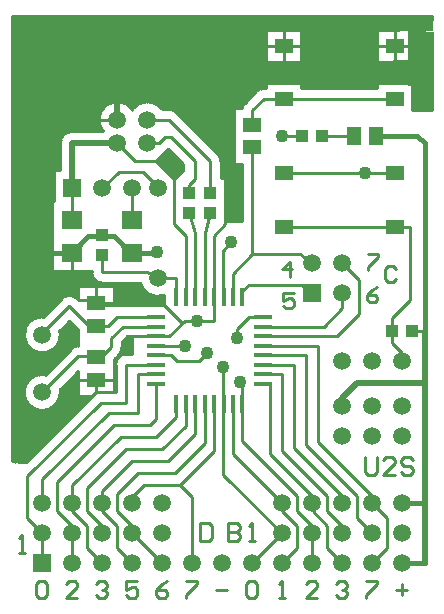
<source format=gtl>
%FSLAX24Y24*%
%MOIN*%
G70*
G01*
G75*
G04 Layer_Physical_Order=1*
%ADD10C,0.0110*%
%ADD11R,0.0512X0.0591*%
%ADD12R,0.0433X0.0394*%
%ADD13R,0.0591X0.0512*%
%ADD14R,0.0394X0.0433*%
%ADD15R,0.0709X0.0630*%
%ADD16R,0.0433X0.0394*%
%ADD17R,0.0177X0.0630*%
%ADD18R,0.0630X0.0177*%
%ADD19R,0.0630X0.0177*%
%ADD20R,0.0630X0.0512*%
%ADD21C,0.0100*%
%ADD22C,0.0250*%
%ADD23C,0.0214*%
%ADD24C,0.0150*%
%ADD25C,0.0200*%
%ADD26C,0.0157*%
%ADD27C,0.0197*%
%ADD28R,0.2600X0.3210*%
%ADD29R,0.1890X0.1800*%
%ADD30R,0.1950X0.0470*%
%ADD31R,0.0880X0.1810*%
%ADD32R,0.0820X0.0830*%
%ADD33R,0.0591X0.0591*%
%ADD34R,0.0591X0.0591*%
%ADD35C,0.0591*%
%ADD36C,0.0591*%
%ADD37C,0.0598*%
%ADD38C,0.1220*%
%ADD39C,0.0433*%
%ADD40C,0.0433*%
D10*
X38600Y30700D02*
G03*
X38593Y30791I-600J0D01*
G01*
X38091Y31293D02*
G03*
X38600Y30700I-91J-593D01*
G01*
X39200Y32255D02*
G03*
X38949Y32151I0J-355D01*
G01*
X39200Y32255D02*
G03*
X38949Y32151I0J-355D01*
G01*
X38600Y32621D02*
G03*
X38584Y32762I-600J0D01*
G01*
X38038Y33220D02*
G03*
X38600Y32621I-38J-599D01*
G01*
X39151Y33831D02*
G03*
X38649Y33831I-251J-251D01*
G01*
X39151D02*
G03*
X38649Y33831I-251J-251D01*
G01*
X39000Y39403D02*
G03*
X38597Y39000I0J-403D01*
G01*
X39000Y39403D02*
G03*
X38597Y39000I0J-403D01*
G01*
X39645Y34700D02*
G03*
X40000Y34345I355J0D01*
G01*
X39645Y34700D02*
G03*
X40000Y34345I355J0D01*
G01*
X41000Y40127D02*
G03*
X40033Y39403I-500J-339D01*
G01*
X37716Y40900D02*
G03*
X39545Y40854I914J-45D01*
G01*
G03*
X38100Y41601I-915J0D01*
G01*
X40551Y31949D02*
G03*
X40655Y32200I-251J251D01*
G01*
X40551Y31949D02*
G03*
X40655Y32200I-251J251D01*
G01*
X40800Y31980D02*
G03*
X40445Y31625I0J-355D01*
G01*
X40800Y31980D02*
G03*
X40445Y31625I0J-355D01*
G01*
X41989Y40142D02*
G03*
X41000Y40127I-489J-355D01*
G01*
X41270Y34345D02*
G03*
X42044Y33932I580J155D01*
G01*
X42464Y40038D02*
G03*
X42213Y40142I-251J-251D01*
G01*
X42464Y40038D02*
G03*
X42213Y40142I-251J-251D01*
G01*
X43955Y38400D02*
G03*
X43851Y38651I-355J0D01*
G01*
X43955Y38400D02*
G03*
X43851Y38651I-355J0D01*
G01*
X44285Y40854D02*
G03*
X44285Y40854I-915J0D01*
G01*
X44749Y40351D02*
G03*
X44655Y40185I251J-251D01*
G01*
X44749Y40351D02*
G03*
X44655Y40185I251J-251D01*
G01*
X45378Y40833D02*
G03*
X45127Y40729I0J-355D01*
G01*
X45378Y40833D02*
G03*
X45127Y40729I0J-355D01*
G01*
X43100Y39980D02*
X43678D01*
X43420Y36000D02*
X43600Y36665D01*
X42900D02*
X43100Y36000D01*
X39200Y33782D02*
X39692D01*
X39800Y33674D01*
X39663Y30565D02*
X39803Y30705D01*
X39800Y30708D02*
X39803Y30705D01*
X40445D01*
X39800Y30708D02*
Y31126D01*
X37000Y28400D02*
X37474Y28376D01*
X37000Y28400D02*
X37498D01*
X37000Y28500D02*
X37598D01*
X37000Y28600D02*
X37698D01*
X37000Y28700D02*
X37798D01*
X37000Y28800D02*
X37898D01*
X37000Y28900D02*
X37998D01*
X37000Y29000D02*
X38098D01*
X37000Y29100D02*
X38198D01*
X37000Y29200D02*
X38298D01*
X37000Y29300D02*
X38398D01*
X37000Y30400D02*
X37480D01*
X37000Y30500D02*
X37434D01*
X37000Y30600D02*
X37408D01*
X37000Y30700D02*
X37400D01*
X37000Y30800D02*
X37408D01*
X37000Y30900D02*
X37434D01*
X37000Y29400D02*
X38498D01*
X37000Y29500D02*
X38598D01*
X37000Y30100D02*
X37982D01*
X37000Y30200D02*
X37668D01*
X37000Y30300D02*
X37552D01*
X37000Y31000D02*
X37480D01*
X37700Y28602D02*
Y30180D01*
X37800Y28702D02*
Y30134D01*
X37400Y28380D02*
Y30682D01*
X37500Y28402D02*
Y30368D01*
X37600Y28502D02*
Y30252D01*
X37900Y28802D02*
Y30108D01*
X38000Y28902D02*
Y30100D01*
X38100Y29002D02*
Y30108D01*
X38200Y29102D02*
Y30134D01*
X38300Y29202D02*
Y30180D01*
X38400Y29302D02*
Y30252D01*
X37000Y31100D02*
X37552D01*
X37000Y31200D02*
X37668D01*
X37000Y31300D02*
X37982D01*
X37000Y31400D02*
X38198D01*
X38018Y31300D02*
X38098D01*
X37000Y31500D02*
X38298D01*
X38500Y29402D02*
Y30368D01*
X38600Y29502D02*
Y30682D01*
X37000Y31600D02*
X38398D01*
X37000Y31700D02*
X38498D01*
X37000Y28400D02*
Y40900D01*
Y28400D02*
Y40900D01*
X37100Y28395D02*
Y40900D01*
X37200Y28390D02*
Y40900D01*
X37300Y28385D02*
Y40900D01*
X37000Y32100D02*
X37702D01*
X37000Y32200D02*
X37572D01*
X37000Y32300D02*
X37493D01*
X37000Y32400D02*
X37442D01*
X37400Y30718D02*
Y32603D01*
X37000Y32500D02*
X37412D01*
X37000Y32600D02*
X37400D01*
X37000Y32700D02*
X37405D01*
X37000Y32800D02*
X37427D01*
X37000Y32900D02*
X37468D01*
X37000Y33000D02*
X37534D01*
X37000Y33100D02*
X37638D01*
X37000Y33200D02*
X37841D01*
X37000Y33300D02*
X38118D01*
X37000Y33400D02*
X38218D01*
X37000Y33500D02*
X38318D01*
X37000Y33600D02*
X38418D01*
X37000Y33700D02*
X38518D01*
X37800Y31266D02*
Y32055D01*
X37900Y31292D02*
Y32029D01*
X37500Y31032D02*
Y32289D01*
X37600Y31148D02*
Y32174D01*
X37700Y31220D02*
Y32101D01*
X38000Y31300D02*
Y32021D01*
X38100Y31302D02*
Y32029D01*
X38200Y31402D02*
Y32055D01*
X38300Y31502D02*
Y32101D01*
X38400Y31602D02*
Y32174D01*
X38500Y31702D02*
Y32289D01*
X37400Y32639D02*
Y40900D01*
X37800Y33187D02*
Y40468D01*
X37900Y33213D02*
Y40302D01*
X37500Y32953D02*
Y40900D01*
X37600Y33069D02*
Y40900D01*
X37700Y33141D02*
Y40900D01*
X38300Y33482D02*
Y40001D01*
X38400Y33582D02*
Y34729D01*
X38500Y33682D02*
Y34729D01*
X38000Y33222D02*
Y40190D01*
X38100Y33282D02*
Y40108D01*
X38200Y33382D02*
Y40046D01*
X37000Y29600D02*
X38698D01*
X37000Y29700D02*
X38798D01*
X37000Y29800D02*
X38898D01*
X37000Y29900D02*
X38998D01*
X37000Y30000D02*
X39098D01*
X38018Y30100D02*
X39198D01*
X38332Y30200D02*
X39298D01*
X38448Y30300D02*
X39398D01*
X37474Y28376D02*
X39663Y30565D01*
X38520Y30400D02*
X39498D01*
X38566Y30500D02*
X39598D01*
X37000Y31800D02*
X38598D01*
X38600Y30718D02*
Y30798D01*
X37000Y31900D02*
X38698D01*
X37000Y32000D02*
X38798D01*
X38091Y31293D02*
X38949Y32151D01*
X38298Y32100D02*
X38898D01*
X38592Y30600D02*
X39200D01*
X38600Y30700D02*
X39200D01*
X38602Y30800D02*
X39200D01*
X38428Y32200D02*
X39010D01*
X38593Y30791D02*
X39200Y31398D01*
X38507Y32300D02*
X39200D01*
X38700Y29602D02*
Y30898D01*
X38800Y29702D02*
Y30998D01*
X38900Y29802D02*
Y31098D01*
X39000Y29902D02*
Y31198D01*
X39100Y30002D02*
Y31298D01*
X39200Y30102D02*
Y30565D01*
X39300Y30202D02*
Y30565D01*
X39400Y30302D02*
Y30565D01*
X39200D02*
X39663D01*
X39500Y30402D02*
Y30565D01*
X39600Y30502D02*
Y30565D01*
X38702Y30900D02*
X39200D01*
X38802Y31000D02*
X39200D01*
X38902Y31100D02*
X39200D01*
X39002Y31200D02*
X39200D01*
Y30565D02*
Y31313D01*
X39102Y31300D02*
X39200D01*
Y31313D02*
Y31398D01*
Y31313D02*
Y31398D01*
X38600Y31802D02*
Y32603D01*
X38700Y31902D02*
Y32878D01*
X38600Y32639D02*
Y32778D01*
X38558Y32400D02*
X39200D01*
X38588Y32500D02*
X39200D01*
X38600Y32600D02*
X39200D01*
X38584Y32762D02*
X38900Y33078D01*
X38800Y32002D02*
Y32978D01*
X38595Y32700D02*
X39200D01*
X37000Y33800D02*
X38618D01*
X38722Y32900D02*
X39078D01*
X38038Y33220D02*
X38649Y33831D01*
X37000Y33900D02*
X38746D01*
X38600Y33782D02*
Y34729D01*
X38700Y33873D02*
Y34729D01*
X38622Y32800D02*
X39178D01*
X37000Y34000D02*
X39200D01*
X37000Y34100D02*
X39200D01*
X37000Y34200D02*
X39200D01*
X39100Y32241D02*
Y32878D01*
X39200Y32255D02*
Y32365D01*
X38822Y33000D02*
X38978D01*
X38900Y32102D02*
Y33078D01*
X39000Y32193D02*
Y32978D01*
X39200Y32365D02*
Y32435D01*
Y32365D02*
Y32435D01*
Y32772D01*
X38900Y33078D02*
X39184Y32794D01*
X38800Y33921D02*
Y34729D01*
X39151Y33831D02*
X39200Y33782D01*
Y34235D01*
X38900Y33935D02*
Y34729D01*
X39100Y33873D02*
Y34729D01*
X39000Y33921D02*
Y34729D01*
X39054Y33900D02*
X39200D01*
Y34235D02*
X40400D01*
X39200D02*
Y34729D01*
X39300Y34235D02*
Y34729D01*
X39400Y34235D02*
Y34729D01*
X39500Y34235D02*
Y34729D01*
X37000Y34800D02*
X38341D01*
X37000Y34900D02*
X38341D01*
X37000Y35000D02*
X38341D01*
X37000Y35100D02*
X38341D01*
X37000Y35200D02*
X38341D01*
X37000Y35300D02*
X38341D01*
X37000Y35400D02*
X38341D01*
X37000Y35500D02*
X38341D01*
X37000Y35600D02*
X38341D01*
X37000Y35700D02*
X38341D01*
X37000Y35800D02*
X38341D01*
X37000Y35900D02*
X38341D01*
X37000Y36000D02*
X38341D01*
X37000Y36100D02*
X38341D01*
X37000Y36200D02*
X38341D01*
X37000Y36300D02*
X38341D01*
X37000Y36400D02*
X38341D01*
X37000Y36500D02*
X38341D01*
X37000Y36600D02*
X38341D01*
X37000Y36700D02*
X38341D01*
X37000Y36800D02*
X38341D01*
X37000Y36900D02*
X38341D01*
X37000Y37000D02*
X38341D01*
Y34729D02*
Y35831D01*
Y35969D01*
Y35831D02*
Y35969D01*
Y37071D01*
X38400D01*
X37000Y37100D02*
X38400D01*
X37000Y37200D02*
X38400D01*
X37000Y37300D02*
X38400D01*
X37000Y37400D02*
X38400D01*
Y37071D02*
Y38100D01*
X37000Y37500D02*
X38400D01*
X37000Y37600D02*
X38400D01*
X37000Y37700D02*
X38400D01*
X37000Y37800D02*
X38400D01*
X37000Y37900D02*
X38400D01*
X37000Y38000D02*
X38400D01*
X37000Y38100D02*
X38400D01*
X37000Y38200D02*
X38597D01*
X38400Y38100D02*
X38597D01*
X37000Y38300D02*
X38597D01*
X37000Y38400D02*
X38597D01*
X37000Y38500D02*
X38597D01*
X37000Y38600D02*
X38597D01*
X37000Y40100D02*
X38112D01*
X37000Y40200D02*
X37990D01*
X37000Y40300D02*
X37902D01*
X37000Y40400D02*
X37835D01*
X37000Y40500D02*
X37786D01*
X37000Y38700D02*
X38597D01*
X37000Y38800D02*
X38597D01*
X37000Y38900D02*
X38597D01*
X37000Y39000D02*
X38597D01*
X37000Y39100D02*
X38609D01*
X37000Y40000D02*
X38302D01*
X37000Y43100D02*
Y43250D01*
Y43100D02*
Y43250D01*
X37100Y43100D02*
Y43250D01*
X37200Y43100D02*
Y43250D01*
X37300Y43100D02*
Y43250D01*
X37400Y43100D02*
Y43250D01*
X37000Y40600D02*
X37751D01*
X37000Y40700D02*
X37728D01*
X37000Y40800D02*
X37716D01*
X37000Y40900D02*
X37716D01*
X37000Y43100D02*
X38100D01*
X38100Y41700D02*
X38280D01*
X38400Y38100D02*
Y39968D01*
X38100Y41601D02*
Y41900D01*
X38200Y41662D02*
Y43250D01*
X38300Y41708D02*
Y43250D01*
X38500Y38100D02*
Y39948D01*
X38597Y38100D02*
Y39000D01*
X38600Y39052D02*
Y39940D01*
X38400Y41740D02*
Y43250D01*
X38500Y41760D02*
Y43250D01*
X37500Y43100D02*
Y43250D01*
X37600Y43100D02*
Y43250D01*
X37700Y43100D02*
Y43250D01*
X37800Y43100D02*
Y43250D01*
X37900Y43100D02*
Y43250D01*
X38100Y41900D02*
Y42100D01*
X38100Y41900D02*
Y43100D01*
X38000D02*
Y43250D01*
X38600Y41769D02*
Y43250D01*
X38100Y43100D02*
Y43250D01*
X37000Y39200D02*
X38650D01*
X37000Y34300D02*
X41284D01*
X37000Y34400D02*
X39810D01*
X37000Y34500D02*
X39707D01*
X37000Y34600D02*
X39659D01*
X37000Y34700D02*
X39645D01*
X38341Y34729D02*
X39645D01*
X37000Y39300D02*
X38730D01*
X37000Y39400D02*
X38948D01*
X37000Y39700D02*
X39902D01*
X38700Y39270D02*
Y39942D01*
X38800Y39350D02*
Y39955D01*
X38900Y39391D02*
Y39980D01*
X37000Y39500D02*
X39969D01*
X39000Y39403D02*
X40033D01*
X37000Y39600D02*
X39926D01*
X37000Y39800D02*
X39896D01*
X37000Y39900D02*
X39906D01*
X38958Y40000D02*
X39934D01*
X39000Y39403D02*
Y40017D01*
X39600Y34235D02*
Y34729D01*
X39100Y39403D02*
Y40069D01*
X39200Y39403D02*
Y40138D01*
X39300Y39403D02*
Y40231D01*
X39700Y34235D02*
Y34510D01*
X39800Y34235D02*
Y34407D01*
X39900Y34235D02*
Y34359D01*
X39498Y34744D02*
X39645D01*
X39148Y40100D02*
X39983D01*
X39900Y39403D02*
Y39716D01*
X40000Y39403D02*
Y39448D01*
X39270Y40200D02*
X40059D01*
X39400Y39403D02*
Y40360D01*
X39500Y39403D02*
Y40570D01*
X39358Y40300D02*
X40180D01*
X39424Y40400D02*
X42576D01*
X39474Y40500D02*
X42526D01*
X39509Y40600D02*
X42491D01*
X38700Y41767D02*
Y43250D01*
X38800Y41754D02*
Y43250D01*
X38100Y41800D02*
X45469D01*
X38100Y41900D02*
X45469D01*
X38100Y42000D02*
X45469D01*
X38100Y42100D02*
X45469D01*
X38100Y42200D02*
X45469D01*
X38100Y42300D02*
X45469D01*
X38100Y42400D02*
X45469D01*
X38100Y42500D02*
X45469D01*
X38100Y42600D02*
X45469D01*
X38100Y42700D02*
X45469D01*
X38100Y42800D02*
X49900D01*
X38100Y42900D02*
X49900D01*
X38100Y43000D02*
X49900D01*
X37000Y43200D02*
X51000D01*
X38100Y43100D02*
X49900D01*
X37000Y43250D02*
X51000D01*
X39500Y41138D02*
Y43250D01*
X39600Y39403D02*
Y43250D01*
X39700Y39403D02*
Y43250D01*
X39800Y39403D02*
Y43250D01*
X39900Y39859D02*
Y43250D01*
X39532Y40700D02*
X42468D01*
X39544Y40800D02*
X42456D01*
X39544Y40900D02*
X42456D01*
X39533Y41000D02*
X42467D01*
X40000Y40127D02*
Y43250D01*
X39512Y41100D02*
X42488D01*
X38900Y41729D02*
Y43250D01*
X39100Y41640D02*
Y43250D01*
X39000Y41691D02*
Y43250D01*
X39200Y41570D02*
Y43250D01*
X39400Y41349D02*
Y43250D01*
X39300Y41478D02*
Y43250D01*
X39365Y41400D02*
X42635D01*
X39477Y41200D02*
X42523D01*
X39429Y41300D02*
X42571D01*
X38980Y41700D02*
X43020D01*
X39279Y41500D02*
X42721D01*
X39161Y41600D02*
X42839D01*
X40400Y30705D02*
X40445D01*
X40400D02*
Y31313D01*
Y31687D01*
X40445Y30705D02*
Y31625D01*
X40400Y31313D02*
Y31687D01*
Y30800D02*
X40445D01*
X40400Y30900D02*
X40445D01*
X40400Y31000D02*
X40445D01*
X40400Y31100D02*
X40445D01*
X40400Y31200D02*
X40445D01*
X40400Y31300D02*
X40445D01*
X40400Y31400D02*
X40445D01*
X40400Y31500D02*
X40445D01*
X40400Y31600D02*
X40445D01*
X40400Y31700D02*
X40453D01*
X40400Y31687D02*
Y31798D01*
X40402Y31800D02*
X40491D01*
X40400Y31798D02*
X40551Y31949D01*
X40400Y33600D02*
X42070D01*
X40400D02*
X42070D01*
X40400Y33700D02*
X42062D01*
X40400Y33800D02*
X42054D01*
X40400Y33900D02*
X41832D01*
X40500Y31815D02*
Y31898D01*
X40502Y31900D02*
X40575D01*
X40600Y31918D02*
Y32010D01*
X40800Y31980D02*
X41000D01*
X40593Y32000D02*
X41000D01*
X40700Y31966D02*
Y32398D01*
X40800Y31980D02*
Y32498D01*
X40641Y32100D02*
X41000D01*
X40655Y32200D02*
X41000D01*
X40655D02*
Y32353D01*
X40837Y32535D01*
X40900Y31980D02*
Y32535D01*
X41000Y31980D02*
Y32535D01*
X40655Y32300D02*
X41000D01*
X40702Y32400D02*
X41000D01*
X40802Y32500D02*
X41000D01*
X40837Y32535D02*
X41000D01*
X41700Y33600D02*
Y33919D01*
X41800Y33600D02*
Y33902D01*
X40400Y33600D02*
Y34235D01*
X40500Y33600D02*
Y34345D01*
X40600Y33600D02*
Y34345D01*
X40700Y33600D02*
Y34345D01*
X40800Y33600D02*
Y34345D01*
X40400Y34000D02*
X41518D01*
X40400Y34100D02*
X41402D01*
X40400Y34200D02*
X41330D01*
X40900Y33600D02*
Y34345D01*
X41000Y33600D02*
Y34345D01*
X41100Y33600D02*
Y34345D01*
X40000Y34235D02*
Y34345D01*
X40100Y34235D02*
Y34345D01*
X40200Y34235D02*
Y34345D01*
X40100Y40240D02*
Y43250D01*
X40300Y34235D02*
Y34345D01*
X40400Y34235D02*
Y34345D01*
X40000D02*
X41270D01*
X40941Y40200D02*
X41059D01*
X40900Y40240D02*
Y43250D01*
X41000Y40127D02*
Y43250D01*
X41500Y33600D02*
Y34012D01*
X41600Y33600D02*
Y33954D01*
X41200Y33600D02*
Y34345D01*
X41300Y33600D02*
Y34260D01*
X41400Y33600D02*
Y34103D01*
X41868Y33900D02*
X42047D01*
X41900Y33600D02*
Y33902D01*
X42000Y33600D02*
Y33919D01*
X42044Y33932D02*
X42070Y33600D01*
X42800Y39702D02*
Y40138D01*
X41989Y40142D02*
X42213D01*
X42000D02*
Y43250D01*
X42100Y40142D02*
Y43250D01*
X42200Y40142D02*
Y43250D01*
X42400Y40089D02*
Y43250D01*
X42300Y40131D02*
Y43250D01*
X41941Y40200D02*
X42730D01*
X42500Y40002D02*
Y40570D01*
X42700Y39802D02*
Y40231D01*
X42600Y39902D02*
Y40360D01*
X44102Y36400D02*
X44645D01*
X44102Y36500D02*
X44645D01*
X43955Y37856D02*
X44102D01*
X43955D02*
Y38400D01*
Y37900D02*
X44645D01*
X44102Y36600D02*
X44645D01*
X43955Y38000D02*
X44645D01*
X43955Y38100D02*
X44645D01*
X43955Y38200D02*
X44645D01*
X43955Y38300D02*
X44645D01*
X43893Y38600D02*
X44400D01*
X43955Y38400D02*
X44400D01*
X43941Y38500D02*
X44400D01*
X43702Y38800D02*
X44400D01*
X43802Y38700D02*
X44400D01*
X43402Y39100D02*
X44400D01*
X43602Y38900D02*
X44400D01*
X43502Y39000D02*
X44400D01*
X43102Y39400D02*
X44400D01*
X43302Y39200D02*
X44400D01*
X43202Y39300D02*
X44400D01*
X44102Y36400D02*
Y36813D01*
Y37187D01*
Y36813D02*
Y37187D01*
X44400Y36400D02*
Y38315D01*
X44500Y36400D02*
Y38315D01*
X44102Y36700D02*
X44645D01*
X44102Y36800D02*
X44645D01*
X44102Y36900D02*
X44645D01*
X44102Y37000D02*
X44645D01*
X44600Y36400D02*
Y38315D01*
X44645Y36400D02*
Y38315D01*
X44102Y37100D02*
X44645D01*
X44102Y37200D02*
X44645D01*
X44102Y37300D02*
X44645D01*
X44102Y37187D02*
Y37856D01*
X44400Y38315D02*
Y39063D01*
Y39437D01*
X44102Y37400D02*
X44645D01*
X44102Y37500D02*
X44645D01*
X44102Y37600D02*
X44645D01*
X44102Y37700D02*
X44645D01*
X44102Y37800D02*
X44645D01*
X44400Y38315D02*
X44645D01*
X43300Y39202D02*
Y39942D01*
X43400Y39102D02*
Y39940D01*
X43100Y39402D02*
Y39980D01*
X43500Y39002D02*
Y39948D01*
X43200Y39302D02*
Y39955D01*
X43002Y39500D02*
X44400D01*
X43700Y38802D02*
Y40001D01*
X43600Y38902D02*
Y39968D01*
X42464Y40038D02*
X43851Y38651D01*
X43900Y38590D02*
Y40108D01*
X43800Y38702D02*
Y40046D01*
X42502Y40000D02*
X43042D01*
X43000Y39502D02*
Y40017D01*
X42900Y39602D02*
Y40069D01*
X42381Y40100D02*
X42852D01*
X42702Y39800D02*
X44400D01*
X42902Y39600D02*
X44400D01*
X42802Y39700D02*
X44400D01*
X42602Y39900D02*
X44400D01*
X43698Y40000D02*
X44400D01*
X43888Y40100D02*
X44400D01*
X44000Y37856D02*
Y40190D01*
X44400Y39063D02*
Y39437D01*
X44100Y37856D02*
Y40302D01*
X44200Y36400D02*
Y40468D01*
X44300Y36400D02*
Y43250D01*
X44400Y39437D02*
Y40185D01*
X50331Y40100D02*
X51000D01*
X50331D02*
Y40900D01*
X50400Y40100D02*
Y40900D01*
X50500Y40100D02*
Y40900D01*
X50600Y40100D02*
Y40900D01*
X44010Y40200D02*
X44659D01*
X44400Y40185D02*
X44655D01*
X44400D02*
Y43250D01*
X44500Y40185D02*
Y43250D01*
X44600Y40185D02*
Y43250D01*
X50700Y40100D02*
Y40900D01*
X50331Y40200D02*
X51000D01*
X50800Y40100D02*
Y40900D01*
X50900Y40100D02*
Y40900D01*
X51000Y40100D02*
Y40900D01*
X40200Y40312D02*
Y43250D01*
X40300Y40358D02*
Y43250D01*
X40400Y40383D02*
Y43250D01*
X40700Y40358D02*
Y43250D01*
X40500Y40392D02*
Y43250D01*
X40820Y40300D02*
X41180D01*
X41820D02*
X42642D01*
X44098D02*
X44707D01*
X40800Y40312D02*
Y43250D01*
X41100Y40240D02*
Y43250D01*
X44749Y40351D02*
X45127Y40729D01*
X44165Y40400D02*
X44798D01*
X44214Y40500D02*
X44898D01*
X40600Y40383D02*
Y43250D01*
X44249Y40600D02*
X44998D01*
X44272Y40700D02*
X45098D01*
X44284Y40800D02*
X45228D01*
X44284Y40900D02*
X45469D01*
X45378Y40833D02*
X45469D01*
Y41000D01*
X45500D02*
Y41728D01*
X45600Y41000D02*
Y41728D01*
X45700Y41000D02*
Y41728D01*
X45469Y41000D02*
X46630D01*
Y40833D02*
Y41000D01*
X45800D02*
Y41728D01*
X45900Y41000D02*
Y41728D01*
X46000Y41000D02*
Y41728D01*
X46100Y41000D02*
Y41728D01*
X46200Y41000D02*
Y41728D01*
X46300Y41000D02*
Y41728D01*
X45469D02*
Y42772D01*
X46400Y41000D02*
Y41728D01*
X46500Y41000D02*
Y41728D01*
X46600Y41000D02*
Y41728D01*
X45469D02*
X46630D01*
Y42772D01*
X41200Y40312D02*
Y43250D01*
X41300Y40358D02*
Y43250D01*
X41400Y40383D02*
Y43250D01*
X41500Y40392D02*
Y43250D01*
X41600Y40383D02*
Y43250D01*
X41700Y40358D02*
Y43250D01*
X41900Y40240D02*
Y43250D01*
X41800Y40312D02*
Y43250D01*
X42500Y41138D02*
Y43250D01*
X42600Y41349D02*
Y43250D01*
X42700Y41478D02*
Y43250D01*
X42800Y41570D02*
Y43250D01*
X42900Y41640D02*
Y43250D01*
X43000Y41691D02*
Y43250D01*
X43100Y41729D02*
Y43250D01*
X43200Y41754D02*
Y43250D01*
X43300Y41767D02*
Y43250D01*
X43400Y41769D02*
Y43250D01*
X43500Y41760D02*
Y43250D01*
X43600Y41740D02*
Y43250D01*
X43700Y41708D02*
Y43250D01*
X43900Y41601D02*
Y43250D01*
X43800Y41662D02*
Y43250D01*
X44000Y41518D02*
Y43250D01*
X44100Y41406D02*
Y43250D01*
X44200Y41240D02*
Y43250D01*
X44700Y40290D02*
Y43250D01*
X44800Y40402D02*
Y43250D01*
X44900Y40502D02*
Y43250D01*
X45000Y40602D02*
Y43250D01*
X45100Y40702D02*
Y43250D01*
X45200Y40785D02*
Y43250D01*
X45300Y40825D02*
Y43250D01*
X45400Y40833D02*
Y43250D01*
X45500Y42772D02*
Y43250D01*
X45600Y42772D02*
Y43250D01*
X45700Y42772D02*
Y43250D01*
X45800Y42772D02*
Y43250D01*
X45900Y42772D02*
Y43250D01*
X46000Y42772D02*
Y43250D01*
X46100Y42772D02*
Y43250D01*
X46200Y42772D02*
Y43250D01*
X46300Y42772D02*
Y43250D01*
X46400Y42772D02*
Y43250D01*
X46500Y42772D02*
Y43250D01*
X46600Y42772D02*
Y43250D01*
X46630Y40833D02*
X49169D01*
X46630Y40900D02*
X49169D01*
X44274Y41000D02*
X49900D01*
X49169Y40833D02*
Y41000D01*
X49900D01*
X44169Y41300D02*
X49900D01*
X44252Y41100D02*
X49900D01*
X44218Y41200D02*
X49900D01*
X43901Y41600D02*
X49900D01*
X44105Y41400D02*
X49900D01*
X44019Y41500D02*
X49900D01*
X46630Y41800D02*
X49169D01*
X46630Y41900D02*
X49169D01*
X46630Y42000D02*
X49169D01*
X45469Y42772D02*
X46630D01*
Y42100D02*
X49169D01*
X46630Y42200D02*
X49169D01*
X43720Y41700D02*
X49900D01*
X46630Y42300D02*
X49169D01*
X46630Y42400D02*
X49169D01*
X46630Y42500D02*
X49169D01*
X46630Y42600D02*
X49169D01*
X46630Y42700D02*
X49169D01*
X50331Y40300D02*
X51000D01*
X49200Y41000D02*
Y41728D01*
X49300Y41000D02*
Y41728D01*
X49400Y41000D02*
Y41728D01*
X50331Y40400D02*
X51000D01*
X50331Y40500D02*
X51000D01*
X50331Y40600D02*
X51000D01*
X50331Y40700D02*
X51000D01*
X50331Y40800D02*
X51000D01*
X50331Y40900D02*
X51000D01*
X49500Y41000D02*
Y41728D01*
X49600Y41000D02*
Y41728D01*
X49700Y41000D02*
Y41728D01*
X49169D02*
Y42772D01*
X49800Y41000D02*
Y41728D01*
X49900Y41000D02*
Y41728D01*
X49169D02*
X49900D01*
X49169Y42772D02*
X49900D01*
X46700Y40833D02*
Y43250D01*
X46800Y40833D02*
Y43250D01*
X46900Y40833D02*
Y43250D01*
X47000Y40833D02*
Y43250D01*
X47100Y40833D02*
Y43250D01*
X47200Y40833D02*
Y43250D01*
X47300Y40833D02*
Y43250D01*
X47400Y40833D02*
Y43250D01*
X47500Y40833D02*
Y43250D01*
X47600Y40833D02*
Y43250D01*
X47700Y40833D02*
Y43250D01*
X47800Y40833D02*
Y43250D01*
X47900Y40833D02*
Y43250D01*
X48000Y40833D02*
Y43250D01*
X48100Y40833D02*
Y43250D01*
X48200Y40833D02*
Y43250D01*
X48300Y40833D02*
Y43250D01*
X48400Y40833D02*
Y43250D01*
X48500Y40833D02*
Y43250D01*
X48600Y40833D02*
Y43250D01*
X48700Y40833D02*
Y43250D01*
X48800Y40833D02*
Y43250D01*
X48900Y40833D02*
Y43250D01*
X49000Y40833D02*
Y43250D01*
X49100Y40833D02*
Y43250D01*
X49200Y42772D02*
Y43250D01*
X49300Y42772D02*
Y43250D01*
X49400Y42772D02*
Y43250D01*
X49500Y42772D02*
Y43250D01*
X49900Y42772D02*
Y43100D01*
X51000D01*
X49600Y42772D02*
Y43250D01*
X49700Y42772D02*
Y43250D01*
X49800Y42772D02*
Y43250D01*
X49900Y43100D02*
Y43250D01*
X50000Y43100D02*
Y43250D01*
X50100Y43100D02*
Y43250D01*
X50200Y43100D02*
Y43250D01*
X50300Y43100D02*
Y43250D01*
X50400Y43100D02*
Y43250D01*
X50500Y43100D02*
Y43250D01*
X50600Y43100D02*
Y43250D01*
X50700Y43100D02*
Y43250D01*
X50800Y43100D02*
Y43250D01*
X50900Y43100D02*
Y43250D01*
X51000Y43100D02*
Y43250D01*
D11*
X48376Y39250D02*
D03*
X49124D02*
D03*
D12*
X46665D02*
D03*
X47335D02*
D03*
X49665Y32750D02*
D03*
D13*
X39800Y33674D02*
D03*
Y32926D02*
D03*
X45000Y38876D02*
D03*
X39800Y31874D02*
D03*
Y31126D02*
D03*
X45000Y39624D02*
D03*
D14*
X42900Y36665D02*
D03*
Y37335D02*
D03*
X43600Y36665D02*
D03*
Y37335D02*
D03*
X40000Y35265D02*
D03*
Y35935D02*
D03*
D15*
X39000Y35349D02*
D03*
Y36451D02*
D03*
X41000Y35349D02*
D03*
Y36451D02*
D03*
D16*
X50335Y32750D02*
D03*
D17*
X42469Y33869D02*
D03*
X42784D02*
D03*
X43099D02*
D03*
X43414D02*
D03*
X43729D02*
D03*
X44044D02*
D03*
X44359D02*
D03*
X44674D02*
D03*
Y30326D02*
D03*
X44359D02*
D03*
X44044D02*
D03*
X43729D02*
D03*
X43414D02*
D03*
X43099D02*
D03*
X42784D02*
D03*
X42469D02*
D03*
D18*
X45343Y32885D02*
D03*
Y32570D02*
D03*
Y32255D02*
D03*
Y31940D02*
D03*
Y31625D02*
D03*
Y31310D02*
D03*
Y30995D02*
D03*
X41800D02*
D03*
Y31310D02*
D03*
Y31625D02*
D03*
Y31940D02*
D03*
Y32255D02*
D03*
Y32570D02*
D03*
Y32885D02*
D03*
X45343Y33200D02*
D03*
D19*
X41800D02*
D03*
D20*
X49750Y40478D02*
D03*
X46049Y42250D02*
D03*
Y40478D02*
D03*
X49750Y42250D02*
D03*
Y38000D02*
D03*
X46049Y36228D02*
D03*
Y38000D02*
D03*
X49750Y36228D02*
D03*
D21*
X44100Y36300D02*
Y40100D01*
X43720Y33869D02*
Y35920D01*
X42200Y38800D02*
X42700Y38300D01*
X42147Y38747D02*
X42700Y38193D01*
Y38100D02*
Y38300D01*
X42080Y38120D02*
X42480Y38520D01*
X42080Y38120D02*
X42480Y38520D01*
X42136Y38064D02*
X42536Y38464D01*
X42306Y37894D02*
X42700Y38288D01*
X42090Y38690D02*
X42690Y38090D01*
X42363Y37837D02*
X42700Y38175D01*
X42250Y37950D02*
X42650Y38350D01*
X42193Y38007D02*
X42593Y38407D01*
X42400Y37800D02*
X42700Y38100D01*
X42033Y38633D02*
X42633Y38033D01*
X41967Y38233D02*
X42367Y38633D01*
X42023Y38177D02*
X42423Y38577D01*
X41854Y38346D02*
X42254Y38746D01*
X41800Y38400D02*
X42200Y38800D01*
X41910Y38290D02*
X42310Y38690D01*
X41977Y38577D02*
X42577Y37977D01*
X41977Y38577D02*
X42577Y37977D01*
X41920Y38520D02*
X42520Y37920D01*
X41864Y38464D02*
X42464Y37864D01*
X41800Y38400D02*
X42400Y37800D01*
X41807Y38407D02*
X42407Y37807D01*
X40700Y32090D02*
X40823Y32235D01*
X40830Y32570D02*
X41290D01*
X40650Y32390D02*
X40830Y32570D01*
X40650Y32390D02*
X40655Y32353D01*
X39100Y31100D02*
X40400D01*
X40823Y32235D02*
X40830Y32570D01*
X40400Y31800D02*
X40700Y32090D01*
X45000Y35300D02*
X46600D01*
X43600Y37335D02*
Y38400D01*
X41500Y39787D02*
X42213D01*
X43600Y38400D01*
X43100Y37800D02*
Y38400D01*
X42900Y37600D02*
X43100Y37800D01*
X42900Y37335D02*
Y37600D01*
X42100Y39200D02*
X42300D01*
X41900Y39000D02*
X42100Y39200D01*
X42300D02*
X43100Y38400D01*
X41500Y39000D02*
X41900D01*
X49750Y36220D02*
X50250D01*
X49665Y32750D02*
Y33189D01*
X49650Y32350D02*
X49665Y32750D01*
X46049Y36228D02*
X49750Y36228D01*
X49665Y33189D02*
X50250Y33770D01*
Y36220D01*
X47335Y39250D02*
X48376D01*
X49650Y32350D02*
X50000Y32000D01*
Y31750D02*
Y32000D01*
X40800Y31625D02*
X41800D01*
X40800Y30350D02*
Y31625D01*
X38000Y25000D02*
Y26000D01*
X37500Y26500D02*
X38000Y26000D01*
X37500Y26500D02*
Y27900D01*
X39950Y30350D01*
X40800D01*
X39480Y32990D02*
X39650Y32900D01*
X39200Y31900D02*
X40000D01*
X41000Y36451D02*
Y37500D01*
X39000Y36451D02*
Y37500D01*
X40000Y34700D02*
X41500D01*
X40400Y31100D02*
Y31800D01*
X37250Y34000D02*
X37700D01*
X40000Y37500D02*
X40550Y38050D01*
X41350D01*
X41890Y37510D01*
X42760Y33090D02*
X43730D01*
X43729D02*
Y33869D01*
X41800Y32570D02*
X42240Y32570D01*
X38000Y31600D02*
X38800Y32400D01*
X41500Y34700D02*
X41900Y34500D01*
X42470D01*
X40000Y34700D02*
Y35265D01*
X42469Y33869D02*
X42470Y34500D01*
X43100Y33869D02*
Y36000D01*
X42784Y33869D02*
Y33869D01*
X42070Y33600D02*
X42660Y33010D01*
X42240Y32570D02*
X42760Y33090D01*
X39800Y33600D02*
X42070D01*
X40200Y32900D02*
X40500Y33200D01*
X40300Y32200D02*
Y32500D01*
X38900Y33580D02*
X39490Y32990D01*
X38000Y30700D02*
X39200Y31900D01*
X40300Y32500D02*
X40690Y32890D01*
X40000Y31900D02*
X40300Y32200D01*
X41000Y27200D02*
X41400Y27600D01*
X41000Y26000D02*
Y26250D01*
X40000Y26000D02*
Y26250D01*
Y26750D02*
X40500Y26250D01*
X39000Y26750D02*
X39500Y26250D01*
X40210Y30000D02*
X41200D01*
X42420Y28000D02*
X43415Y29000D01*
X41200Y28000D02*
X42400D01*
X45343Y31310D02*
X46000Y31310D01*
Y28750D02*
Y31310D01*
X46400Y28850D02*
Y31625D01*
X45343D02*
X46400D01*
X47200Y29050D02*
Y32250D01*
X45343D02*
X47200D01*
X46800Y28950D02*
Y31940D01*
X48500Y26500D02*
X49000Y26000D01*
X45343Y31940D02*
X46800D01*
X47200Y29050D02*
X49000Y27250D01*
X46800Y28950D02*
X48500Y27250D01*
X46400Y28850D02*
X48000Y27250D01*
X46000Y28750D02*
X47500Y27250D01*
X47000Y27000D02*
Y27250D01*
X45600Y28650D02*
X47000Y27250D01*
X47010Y26740D02*
X47500Y26250D01*
X41000Y27000D02*
Y27200D01*
X42400Y36300D02*
X42790Y35910D01*
X42480Y31750D02*
X43240D01*
X42280Y31950D02*
X42480Y31750D01*
X41803Y31950D02*
X42280D01*
X41290Y32570D02*
X41800Y32570D01*
X40500Y33200D02*
X41800D01*
X39650Y32900D02*
X40200D01*
X38000Y32680D02*
X38900Y33580D01*
X40690Y32890D02*
X41800D01*
X41200Y31310D02*
X41800Y31310D01*
Y29800D02*
Y30995D01*
X40400Y29600D02*
X41600D01*
X41800Y29200D02*
X42470Y29870D01*
X42469Y30326D02*
X42470Y29870D01*
X44670Y29090D02*
X44674Y30966D01*
X44580Y31060D02*
X44674Y30966D01*
X44040Y27960D02*
Y31550D01*
Y27960D02*
X46000Y26000D01*
X44700Y34100D02*
X44880Y34290D01*
X39000Y26750D02*
Y27000D01*
X40000Y26750D02*
Y27000D01*
X48500Y26500D02*
Y27250D01*
X48000Y27000D02*
Y27250D01*
X47500Y26750D02*
Y27250D01*
X38000Y27800D02*
X40210Y30000D01*
X38000Y27000D02*
Y27800D01*
X41200Y30000D02*
Y31310D01*
X38500Y26750D02*
Y27700D01*
X40400Y29600D01*
X38500Y26750D02*
X39000Y26250D01*
X41600Y29600D02*
X41800Y29800D01*
X42200Y28400D02*
X43100Y29310D01*
X40500Y26750D02*
Y27300D01*
Y26750D02*
X41000Y26250D01*
X40500Y27300D02*
X41200Y28000D01*
X43415Y29000D02*
Y30305D01*
X40000Y27000D02*
Y27400D01*
X41000Y28400D02*
X42200D01*
X40000Y27400D02*
X41000Y28400D01*
X43100Y29310D02*
Y30326D01*
X39500Y26750D02*
Y27500D01*
Y26750D02*
X40000Y26250D01*
X39500Y27500D02*
X40800Y28800D01*
X42000D01*
X42790Y29580D02*
Y30326D01*
X48000Y26000D02*
Y26250D01*
X47500Y26750D02*
X48000Y26250D01*
X46500Y26750D02*
Y27250D01*
X44670Y29090D02*
X46500Y27260D01*
Y26750D02*
X47000Y26250D01*
X44360Y28640D02*
Y30326D01*
Y28640D02*
X46000Y27000D01*
X39000Y25000D02*
Y26250D01*
X39500Y25500D02*
Y26250D01*
X45000Y25000D02*
X46000Y26000D01*
Y25000D02*
X46500Y25500D01*
X46000Y26750D02*
Y27000D01*
Y26750D02*
X46500Y26250D01*
X47500Y25500D02*
Y26250D01*
X47000Y27000D02*
X47010Y26740D01*
X45600Y28650D02*
Y31000D01*
X46500Y25500D02*
Y26250D01*
X39000Y27600D02*
X40610Y29200D01*
X41800D01*
X39000Y27000D02*
Y27600D01*
X42000Y28800D02*
X42790Y29580D01*
X47500Y25500D02*
X48000Y25000D01*
X39500Y25500D02*
X40000Y25000D01*
X47000D02*
Y26000D01*
X40500Y25500D02*
Y26250D01*
Y25500D02*
X41000Y25000D01*
Y26000D02*
X42000Y25000D01*
X49500Y25500D02*
Y26500D01*
X49000Y25000D02*
X49500Y25500D01*
X49000Y27000D02*
Y27250D01*
Y27000D02*
X49500Y26500D01*
X44900Y33200D02*
X45343D01*
X43420Y33869D02*
Y36000D01*
X41800Y32260D02*
X42750D01*
X44040Y33860D02*
Y35420D01*
X43720Y35920D02*
X44100Y36300D01*
X37700Y34000D02*
X39200D01*
X41400Y27600D02*
X42600D01*
X43730Y28730D01*
X43000Y25000D02*
Y27200D01*
X42600Y27600D02*
X43000Y27200D01*
X43730Y28730D02*
Y30326D01*
X44500Y32500D02*
Y32800D01*
X44900Y33200D01*
X47820Y32570D02*
X48550Y33300D01*
X45343Y32570D02*
X47820D01*
X48550Y33300D02*
Y34450D01*
X45343Y32885D02*
X47400D01*
Y32890D02*
X48000Y33500D01*
X50500Y42500D02*
X50540Y42250D01*
X46049D02*
X50540D01*
X46049Y38000D02*
X49750D01*
X50335Y32750D02*
X50750D01*
X43240Y31750D02*
X43500Y32000D01*
X46000Y39250D02*
X46665D01*
X44040Y35420D02*
X44300Y35700D01*
X40500Y39000D02*
X41100Y38400D01*
X41800D02*
X42400Y37800D01*
X41100Y38400D02*
X41800D01*
X42790Y33869D02*
Y35910D01*
X42400Y36300D02*
Y37800D01*
X44350Y33869D02*
Y34650D01*
X45000Y35300D02*
Y38876D01*
X44350Y34650D02*
X45000Y35300D01*
X39255Y31126D02*
X39800D01*
X40345D01*
X39800Y33674D02*
X40345D01*
X39800D02*
Y34180D01*
X37500Y40955D02*
Y41500D01*
X38630Y39994D02*
Y40854D01*
X37500Y42500D02*
Y43045D01*
Y42500D02*
X38045D01*
X38396Y35349D02*
X39000D01*
Y34784D02*
Y35349D01*
X39951Y39787D02*
X40500D01*
X37770Y40854D02*
X38630D01*
X39490D01*
X38630D02*
Y41715D01*
X40500Y39787D02*
Y40337D01*
X43370Y39994D02*
Y40854D01*
X42510D02*
X43370D01*
X44230D01*
X43370D02*
Y41715D01*
X46049Y41783D02*
Y42250D01*
X45524D02*
X46049D01*
Y42717D01*
Y42250D02*
X46575D01*
X50500Y40955D02*
Y41500D01*
X49750Y41783D02*
Y42250D01*
X49224D02*
X49750D01*
X49955Y41500D02*
X50500D01*
X49750Y42250D02*
Y42717D01*
X50500Y42500D02*
Y43045D01*
X49700Y41000D02*
X50260D01*
X45378Y40478D02*
X49500D01*
X45000Y40100D02*
X45378Y40478D01*
X45000Y39624D02*
Y40100D01*
X48000Y33500D02*
Y34000D01*
Y35000D02*
X48550Y34450D01*
X46600Y35300D02*
X47000Y35000D01*
X46620Y34290D02*
X47000Y34000D01*
X44880Y34290D02*
X46620D01*
X41809Y35349D02*
X41830Y35370D01*
X44200Y26350D02*
Y25750D01*
X44500D01*
X44600Y25850D01*
Y25950D01*
X44500Y26050D01*
X44200D01*
X44500D01*
X44600Y26150D01*
Y26250D01*
X44500Y26350D01*
X44200D01*
X43250D02*
Y25750D01*
X43550D01*
X43650Y25850D01*
Y26250D01*
X43550Y26350D01*
X43250D01*
X49781Y34816D02*
X49696Y34902D01*
X49525D01*
X49440Y34816D01*
Y34475D01*
X49525Y34390D01*
X49696D01*
X49781Y34475D01*
X48860Y35302D02*
X49201D01*
Y35216D01*
X48860Y34875D01*
Y34790D01*
X49171Y34212D02*
X49001Y34126D01*
X48830Y33956D01*
Y33785D01*
X48915Y33700D01*
X49086D01*
X49171Y33785D01*
Y33871D01*
X49086Y33956D01*
X48830D01*
X46381Y34012D02*
X46040D01*
Y33756D01*
X46211Y33841D01*
X46296D01*
X46381Y33756D01*
Y33585D01*
X46296Y33500D01*
X46125D01*
X46040Y33585D01*
X46250Y34550D02*
Y35050D01*
X46000Y34800D01*
X46333D01*
X49800Y24125D02*
X50167D01*
X49984Y24309D02*
Y23942D01*
X48800Y24401D02*
X49167D01*
Y24309D01*
X48800Y23942D01*
Y23850D01*
X47800Y24309D02*
X47892Y24401D01*
X48075D01*
X48167Y24309D01*
Y24217D01*
X48075Y24125D01*
X47984D01*
X48075D01*
X48167Y24034D01*
Y23942D01*
X48075Y23850D01*
X47892D01*
X47800Y23942D01*
X47167Y23850D02*
X46800D01*
X47167Y24217D01*
Y24309D01*
X47076Y24401D01*
X46892D01*
X46800Y24309D01*
X45900Y23850D02*
X46084D01*
X45992D01*
Y24401D01*
X45900Y24309D01*
X44800D02*
X44892Y24401D01*
X45075D01*
X45167Y24309D01*
Y23942D01*
X45075Y23850D01*
X44892D01*
X44800Y23942D01*
Y24309D01*
X43800Y24125D02*
X44167D01*
X42167Y24401D02*
X41984Y24309D01*
X41800Y24125D01*
Y23942D01*
X41892Y23850D01*
X42076D01*
X42167Y23942D01*
Y24034D01*
X42076Y24125D01*
X41800D01*
X41167Y24401D02*
X40800D01*
Y24125D01*
X40984Y24217D01*
X41076D01*
X41167Y24125D01*
Y23942D01*
X41076Y23850D01*
X40892D01*
X40800Y23942D01*
X39800Y24309D02*
X39892Y24401D01*
X40075D01*
X40167Y24309D01*
Y24217D01*
X40075Y24125D01*
X39984D01*
X40075D01*
X40167Y24034D01*
Y23942D01*
X40075Y23850D01*
X39892D01*
X39800Y23942D01*
X39167Y23850D02*
X38800D01*
X39167Y24217D01*
Y24309D01*
X39076Y24401D01*
X38892D01*
X38800Y24309D01*
X37800D02*
X37892Y24401D01*
X38075D01*
X38167Y24309D01*
Y23942D01*
X38075Y23850D01*
X37892D01*
X37800Y23942D01*
Y24309D01*
X44900Y25750D02*
X45100D01*
X45000D01*
Y26350D01*
X44900Y26250D01*
X37210Y25330D02*
X37410D01*
X37310D01*
Y25930D01*
X37210Y25830D01*
X42800Y24401D02*
X43167D01*
Y24309D01*
X42800Y23942D01*
Y23850D01*
X48750Y28550D02*
Y28050D01*
X48850Y27950D01*
X49050D01*
X49150Y28050D01*
Y28550D01*
X49750Y27950D02*
X49350D01*
X49750Y28350D01*
Y28450D01*
X49650Y28550D01*
X49450D01*
X49350Y28450D01*
X50349D02*
X50250Y28550D01*
X50050D01*
X49950Y28450D01*
Y28350D01*
X50050Y28250D01*
X50250D01*
X50349Y28150D01*
Y28050D01*
X50250Y27950D01*
X50050D01*
X49950Y28050D01*
D22*
X38630Y40854D02*
X43370D01*
D23*
X40500Y39787D02*
Y40844D01*
D24*
X50500Y39250D02*
X50750Y39000D01*
X38000Y35340D02*
X39000Y35349D01*
X49124Y39250D02*
X50500D01*
X40967Y35316D02*
X41000Y35283D01*
X40390Y35900D02*
X40967Y35316D01*
X39000Y35349D02*
X39530Y35900D01*
X41000Y35349D02*
X41809D01*
X39530Y35900D02*
X40390D01*
D25*
X48500Y31000D02*
X50750D01*
X48000Y30500D02*
X48500Y31000D01*
X50750Y25000D02*
Y32750D01*
D26*
X48000Y30250D02*
Y30500D01*
X50000Y27000D02*
X50750D01*
Y32750D02*
Y39000D01*
X50000Y25000D02*
X50750D01*
D27*
X39000Y39000D02*
X40500D01*
X39000Y37500D02*
Y39000D01*
D28*
X38250Y41485D02*
D03*
D29*
X43375Y40900D02*
D03*
D30*
X50075Y42965D02*
D03*
D31*
X50610Y41825D02*
D03*
D32*
X50090Y41375D02*
D03*
D33*
X50500Y41500D02*
D03*
X37500D02*
D03*
D34*
X50500Y42500D02*
D03*
X37500D02*
D03*
X39000Y37500D02*
D03*
X38000Y25000D02*
D03*
X47000Y34000D02*
D03*
D35*
X50000Y27000D02*
D03*
Y26000D02*
D03*
X49000Y27000D02*
D03*
Y26000D02*
D03*
X48000Y27000D02*
D03*
Y26000D02*
D03*
X47000Y27000D02*
D03*
Y26000D02*
D03*
X46000Y27000D02*
D03*
Y26000D02*
D03*
X49000Y31750D02*
D03*
X50000D02*
D03*
X38000Y32621D02*
D03*
Y30700D02*
D03*
X40000Y37500D02*
D03*
X41000D02*
D03*
X48000Y29250D02*
D03*
Y30250D02*
D03*
X49000Y29250D02*
D03*
Y30250D02*
D03*
X50000Y29250D02*
D03*
Y30250D02*
D03*
X42000Y27000D02*
D03*
Y26000D02*
D03*
X41000Y27000D02*
D03*
Y26000D02*
D03*
X40000Y27000D02*
D03*
Y26000D02*
D03*
X39000D02*
D03*
X38000Y27000D02*
D03*
X39000D02*
D03*
X38000Y26000D02*
D03*
X41850Y37500D02*
D03*
Y34500D02*
D03*
X49000Y25000D02*
D03*
X48000D02*
D03*
X47000D02*
D03*
X46000D02*
D03*
X45000D02*
D03*
X44000D02*
D03*
X43000D02*
D03*
X42000D02*
D03*
X41000D02*
D03*
X40000D02*
D03*
X39000D02*
D03*
X50000D02*
D03*
X48000Y35000D02*
D03*
Y34000D02*
D03*
X47000Y35000D02*
D03*
D36*
X48000Y31750D02*
D03*
D37*
X41500Y39000D02*
D03*
Y39787D02*
D03*
X40500Y39000D02*
D03*
Y39787D02*
D03*
D38*
X38630Y40854D02*
D03*
X43370D02*
D03*
D39*
X37250Y28640D02*
D03*
X46000Y39250D02*
D03*
X38000Y35340D02*
D03*
X40823Y32235D02*
D03*
X38000Y31600D02*
D03*
X44300Y35700D02*
D03*
X44500Y32500D02*
D03*
X44040Y31550D02*
D03*
X42750Y32260D02*
D03*
X44580Y31060D02*
D03*
X43500Y32000D02*
D03*
X48750Y38000D02*
D03*
X38900Y30400D02*
D03*
Y34300D02*
D03*
X43150Y33090D02*
D03*
X41830Y35370D02*
D03*
X37250Y34000D02*
D03*
D40*
X44400Y36750D02*
D03*
X44420Y37980D02*
D03*
M02*

</source>
